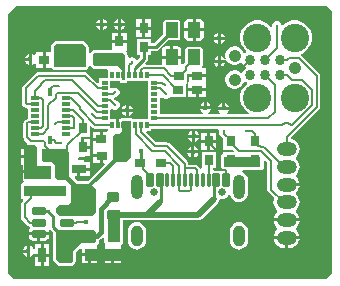
<source format=gtl>
G04*
G04 #@! TF.GenerationSoftware,Altium Limited,Altium Designer,24.2.2 (26)*
G04*
G04 Layer_Physical_Order=1*
G04 Layer_Color=255*
%FSLAX25Y25*%
%MOIN*%
G70*
G04*
G04 #@! TF.SameCoordinates,0C852235-8BC0-4ED4-A074-6CA5B6053031*
G04*
G04*
G04 #@! TF.FilePolarity,Positive*
G04*
G01*
G75*
%ADD10C,0.00984*%
%ADD11C,0.01000*%
%ADD14C,0.00787*%
%ADD15C,0.01181*%
%ADD17R,0.03800X0.03100*%
%ADD18R,0.02362X0.01181*%
%ADD19R,0.01181X0.02362*%
%ADD20R,0.03100X0.03800*%
%ADD21R,0.02756X0.05118*%
%ADD22R,0.01181X0.02953*%
%ADD23R,0.02953X0.01181*%
G04:AMPARAMS|DCode=24|XSize=31.5mil|YSize=39.37mil|CornerRadius=3.94mil|HoleSize=0mil|Usage=FLASHONLY|Rotation=0.000|XOffset=0mil|YOffset=0mil|HoleType=Round|Shape=RoundedRectangle|*
%AMROUNDEDRECTD24*
21,1,0.03150,0.03150,0,0,0.0*
21,1,0.02362,0.03937,0,0,0.0*
1,1,0.00787,0.01181,-0.01575*
1,1,0.00787,-0.01181,-0.01575*
1,1,0.00787,-0.01181,0.01575*
1,1,0.00787,0.01181,0.01575*
%
%ADD24ROUNDEDRECTD24*%
G04:AMPARAMS|DCode=25|XSize=51.18mil|YSize=43.31mil|CornerRadius=2.17mil|HoleSize=0mil|Usage=FLASHONLY|Rotation=90.000|XOffset=0mil|YOffset=0mil|HoleType=Round|Shape=RoundedRectangle|*
%AMROUNDEDRECTD25*
21,1,0.05118,0.03898,0,0,90.0*
21,1,0.04685,0.04331,0,0,90.0*
1,1,0.00433,0.01949,0.02343*
1,1,0.00433,0.01949,-0.02343*
1,1,0.00433,-0.01949,-0.02343*
1,1,0.00433,-0.01949,0.02343*
%
%ADD25ROUNDEDRECTD25*%
G04:AMPARAMS|DCode=26|XSize=11.81mil|YSize=45.28mil|CornerRadius=1.48mil|HoleSize=0mil|Usage=FLASHONLY|Rotation=0.000|XOffset=0mil|YOffset=0mil|HoleType=Round|Shape=RoundedRectangle|*
%AMROUNDEDRECTD26*
21,1,0.01181,0.04232,0,0,0.0*
21,1,0.00886,0.04528,0,0,0.0*
1,1,0.00295,0.00443,-0.02116*
1,1,0.00295,-0.00443,-0.02116*
1,1,0.00295,-0.00443,0.02116*
1,1,0.00295,0.00443,0.02116*
%
%ADD26ROUNDEDRECTD26*%
G04:AMPARAMS|DCode=27|XSize=23.62mil|YSize=45.28mil|CornerRadius=2.95mil|HoleSize=0mil|Usage=FLASHONLY|Rotation=0.000|XOffset=0mil|YOffset=0mil|HoleType=Round|Shape=RoundedRectangle|*
%AMROUNDEDRECTD27*
21,1,0.02362,0.03937,0,0,0.0*
21,1,0.01772,0.04528,0,0,0.0*
1,1,0.00591,0.00886,-0.01968*
1,1,0.00591,-0.00886,-0.01968*
1,1,0.00591,-0.00886,0.01968*
1,1,0.00591,0.00886,0.01968*
%
%ADD27ROUNDEDRECTD27*%
G04:AMPARAMS|DCode=28|XSize=31.5mil|YSize=39.37mil|CornerRadius=3.94mil|HoleSize=0mil|Usage=FLASHONLY|Rotation=90.000|XOffset=0mil|YOffset=0mil|HoleType=Round|Shape=RoundedRectangle|*
%AMROUNDEDRECTD28*
21,1,0.03150,0.03150,0,0,90.0*
21,1,0.02362,0.03937,0,0,90.0*
1,1,0.00787,0.01575,0.01181*
1,1,0.00787,0.01575,-0.01181*
1,1,0.00787,-0.01575,-0.01181*
1,1,0.00787,-0.01575,0.01181*
%
%ADD28ROUNDEDRECTD28*%
%ADD29R,0.05118X0.02756*%
G04:AMPARAMS|DCode=30|XSize=23.62mil|YSize=47.24mil|CornerRadius=2.95mil|HoleSize=0mil|Usage=FLASHONLY|Rotation=90.000|XOffset=0mil|YOffset=0mil|HoleType=Round|Shape=RoundedRectangle|*
%AMROUNDEDRECTD30*
21,1,0.02362,0.04134,0,0,90.0*
21,1,0.01772,0.04724,0,0,90.0*
1,1,0.00591,0.02067,0.00886*
1,1,0.00591,0.02067,-0.00886*
1,1,0.00591,-0.02067,-0.00886*
1,1,0.00591,-0.02067,0.00886*
%
%ADD30ROUNDEDRECTD30*%
%ADD53C,0.03398*%
%ADD54C,0.00800*%
%ADD55C,0.00600*%
%ADD56C,0.01968*%
%ADD57C,0.01575*%
%ADD58R,0.15630X0.04252*%
%ADD59R,0.12362X0.03740*%
%ADD60R,0.04095X0.10669*%
%ADD61R,0.12676X0.03780*%
%ADD62C,0.09449*%
%ADD63C,0.04201*%
%ADD64O,0.06693X0.04724*%
%ADD65O,0.03937X0.08268*%
%ADD66C,0.02559*%
%ADD67O,0.03937X0.07087*%
%ADD68C,0.05906*%
%ADD69C,0.01181*%
%ADD70C,0.01772*%
%ADD71C,0.02362*%
G36*
X109055Y90945D02*
X109055Y3543D01*
X107087Y1575D01*
X3150Y1575D01*
X1181Y3543D01*
Y89764D01*
X3937Y92520D01*
X107480D01*
X109055Y90945D01*
D02*
G37*
%LPC*%
G36*
X38846Y88291D02*
Y86957D01*
X40181D01*
X39945Y87525D01*
X39415Y88055D01*
X38846Y88291D01*
D02*
G37*
G36*
X37846D02*
X37278Y88055D01*
X36748Y87525D01*
X36512Y86957D01*
X37846D01*
Y88291D01*
D02*
G37*
G36*
X32941D02*
Y86957D01*
X34275D01*
X34040Y87525D01*
X33509Y88055D01*
X32941Y88291D01*
D02*
G37*
G36*
X31941D02*
X31373Y88055D01*
X30842Y87525D01*
X30607Y86957D01*
X31941D01*
Y88291D01*
D02*
G37*
G36*
X48967Y88176D02*
X46917D01*
Y85776D01*
X48967D01*
Y88176D01*
D02*
G37*
G36*
X45917D02*
X43867D01*
Y85776D01*
X45917D01*
Y88176D01*
D02*
G37*
G36*
X65098Y88268D02*
X63650D01*
Y85185D01*
X66339D01*
Y87028D01*
X66244Y87502D01*
X65975Y87905D01*
X65573Y88174D01*
X65098Y88268D01*
D02*
G37*
G36*
X62650D02*
X61201D01*
X60726Y88174D01*
X60324Y87905D01*
X60055Y87502D01*
X59960Y87028D01*
Y85185D01*
X62650D01*
Y88268D01*
D02*
G37*
G36*
X40181Y85957D02*
X38846D01*
Y84623D01*
X39415Y84858D01*
X39945Y85388D01*
X40181Y85957D01*
D02*
G37*
G36*
X37846D02*
X36512D01*
X36748Y85388D01*
X37278Y84858D01*
X37846Y84623D01*
Y85957D01*
D02*
G37*
G36*
X34275D02*
X32941D01*
Y84623D01*
X33509Y84858D01*
X34040Y85388D01*
X34275Y85957D01*
D02*
G37*
G36*
X31941D02*
X30607D01*
X30842Y85388D01*
X31373Y84858D01*
X31941Y84623D01*
Y85957D01*
D02*
G37*
G36*
X48967Y84776D02*
X46917D01*
Y82376D01*
X48967D01*
Y84776D01*
D02*
G37*
G36*
X45917D02*
X43867D01*
Y82376D01*
X45917D01*
Y84776D01*
D02*
G37*
G36*
X72075Y83684D02*
Y82350D01*
X73409D01*
X73173Y82919D01*
X72643Y83449D01*
X72075Y83684D01*
D02*
G37*
G36*
X71075D02*
X70507Y83449D01*
X69976Y82919D01*
X69741Y82350D01*
X71075D01*
Y83684D01*
D02*
G37*
G36*
X40862Y83755D02*
X38812D01*
Y81356D01*
X40862D01*
Y83755D01*
D02*
G37*
G36*
X37812D02*
X35762D01*
Y81356D01*
X37812D01*
Y83755D01*
D02*
G37*
G36*
X66339Y84185D02*
X63650D01*
Y81102D01*
X65098D01*
X65573Y81197D01*
X65975Y81465D01*
X66244Y81868D01*
X66339Y82342D01*
Y84185D01*
D02*
G37*
G36*
X62650D02*
X59960D01*
Y82342D01*
X60055Y81868D01*
X60324Y81465D01*
X60726Y81197D01*
X61201Y81102D01*
X62650D01*
Y84185D01*
D02*
G37*
G36*
X57618Y88051D02*
X53720D01*
X53329Y87973D01*
X52997Y87751D01*
X52775Y87419D01*
X52697Y87028D01*
Y83175D01*
X49810Y80289D01*
X48755D01*
Y81663D01*
X44080D01*
Y76289D01*
X45129D01*
Y75528D01*
X44258Y74658D01*
X43768Y74755D01*
X43750Y74799D01*
X43303Y75246D01*
X42718Y75488D01*
X42085D01*
X41716Y75336D01*
X41216Y75615D01*
Y76063D01*
X41139Y76453D01*
X40918Y76784D01*
X40868Y76834D01*
X40649Y77243D01*
X40649D01*
X40507Y77456D01*
X40774Y77956D01*
X40862D01*
Y80356D01*
X35762D01*
X35762Y77956D01*
X35265Y77949D01*
X29921D01*
X29531Y77871D01*
X29200Y77650D01*
X29200Y77650D01*
X28694Y77143D01*
X28694Y77143D01*
X28528Y76895D01*
X28155Y76930D01*
X28027Y76978D01*
Y79016D01*
X27950Y79406D01*
X27729Y79737D01*
X26823Y80642D01*
X26493Y80863D01*
X26102Y80941D01*
X17126D01*
X16736Y80863D01*
X16405Y80642D01*
X15814Y80052D01*
X15594Y79721D01*
X15516Y79331D01*
Y77196D01*
X13728D01*
Y74646D01*
Y72096D01*
X15679D01*
X15814Y71892D01*
X16120Y71587D01*
X16450Y71366D01*
X16840Y71289D01*
X26722D01*
X27112Y71366D01*
X27443Y71587D01*
X27729Y71873D01*
X27950Y72204D01*
X28027Y72594D01*
Y72707D01*
X28155Y72755D01*
X28528Y72790D01*
X28694Y72542D01*
X29401Y71835D01*
X29732Y71614D01*
X30122Y71536D01*
X33867D01*
X34328Y71442D01*
Y68489D01*
X31376D01*
Y67123D01*
X30914Y66931D01*
X27585Y70260D01*
X27194Y70521D01*
X26733Y70613D01*
X26733Y70613D01*
X11220D01*
X11220Y70613D01*
X10759Y70521D01*
X10368Y70260D01*
X6230Y66122D01*
X5969Y65731D01*
X5877Y65271D01*
X5877Y65270D01*
Y60230D01*
X5877Y60230D01*
X5969Y59769D01*
X6230Y59379D01*
X6618Y58991D01*
X6618Y58991D01*
X7008Y58730D01*
X7469Y58638D01*
X7830Y58324D01*
Y55128D01*
X7437Y55050D01*
X7046Y54789D01*
X7046Y54789D01*
X6585Y54327D01*
X6324Y53937D01*
X6232Y53476D01*
X6232Y53476D01*
Y48920D01*
X6232Y48920D01*
X6324Y48459D01*
X6585Y48069D01*
X7568Y47085D01*
X7470Y46595D01*
X7446Y46585D01*
X7003Y46142D01*
X10118Y46142D01*
X10669Y45591D01*
Y39449D01*
X10787Y39331D01*
X15354D01*
X15551Y39134D01*
Y35394D01*
X15118Y34961D01*
X6772D01*
X6417Y35315D01*
Y36856D01*
X6162D01*
Y34455D01*
X6402D01*
X6451Y33955D01*
X6145Y33895D01*
X5815Y33674D01*
X5593Y33343D01*
X5516Y32953D01*
Y29173D01*
X5593Y28783D01*
X5815Y28452D01*
X6038Y28303D01*
X6156Y27884D01*
X6161Y27718D01*
X5798Y27355D01*
X5535Y26963D01*
X5443Y26499D01*
X5443Y26499D01*
Y22177D01*
X5443Y22177D01*
X5535Y21714D01*
X5798Y21321D01*
X7569Y19549D01*
X7569Y19549D01*
X7962Y19287D01*
X8275Y19225D01*
X8301Y19097D01*
X8332Y19050D01*
X8387Y18485D01*
X8100Y18057D01*
X8000Y17551D01*
Y17165D01*
X11387D01*
X14775D01*
Y17551D01*
X14674Y18057D01*
X15108Y18245D01*
X15189Y18123D01*
X16106Y17206D01*
Y8268D01*
X16184Y7878D01*
X16405Y7547D01*
X17665Y6287D01*
X17996Y6066D01*
X18386Y5988D01*
X22165Y5988D01*
X22556Y6066D01*
X22886Y6287D01*
X23398Y6799D01*
X23619Y7130D01*
X23697Y7520D01*
Y10365D01*
X25300Y11968D01*
X25762Y11777D01*
Y10255D01*
X30862D01*
Y12655D01*
X30862Y12655D01*
X30862D01*
X30862Y12655D01*
X30942Y13122D01*
X31193Y13374D01*
X31414Y13704D01*
X31492Y14095D01*
X31525Y14559D01*
X31591Y14572D01*
X32112Y14920D01*
X32811Y15619D01*
X33311Y15412D01*
Y13858D01*
X33389Y13468D01*
X33610Y13137D01*
X33559Y12655D01*
X33559Y12570D01*
Y10255D01*
X38659D01*
Y12465D01*
X38769Y12784D01*
X38976Y13024D01*
X39146Y13137D01*
X39367Y13468D01*
X39445Y13858D01*
Y21246D01*
X64549D01*
X65240Y21384D01*
X65826Y21776D01*
X71159Y27108D01*
X71551Y27695D01*
X71610Y27990D01*
X72028Y28214D01*
X72935D01*
X73773Y28561D01*
X74414Y29202D01*
X74675Y29831D01*
X75188Y29763D01*
X75220Y29522D01*
X75519Y28800D01*
X75995Y28180D01*
X76615Y27704D01*
X77337Y27405D01*
X78112Y27303D01*
X78887Y27405D01*
X79609Y27704D01*
X80229Y28180D01*
X80705Y28800D01*
X81004Y29522D01*
X81106Y30297D01*
Y34628D01*
X81004Y35403D01*
X80705Y36125D01*
X80229Y36745D01*
X79609Y37220D01*
X79229Y37378D01*
X79328Y37878D01*
X85433D01*
X85823Y37956D01*
X86154Y38177D01*
X86375Y38508D01*
X86453Y38898D01*
Y40957D01*
X86915Y41148D01*
X87642Y40420D01*
Y31398D01*
X87642Y31398D01*
X87734Y30937D01*
X87995Y30546D01*
X89955Y28586D01*
X89752Y28094D01*
X89636Y27217D01*
X89752Y26339D01*
X90091Y25521D01*
X90630Y24819D01*
X90942Y24579D01*
Y23949D01*
X90630Y23709D01*
X90091Y23007D01*
X89752Y22189D01*
X89702Y21811D01*
X94012D01*
X98321D01*
X98272Y22189D01*
X97933Y23007D01*
X97394Y23709D01*
X97082Y23949D01*
Y24579D01*
X97394Y24819D01*
X97933Y25521D01*
X98272Y26339D01*
X98387Y27217D01*
X98272Y28094D01*
X97933Y28912D01*
X97394Y29614D01*
X97082Y29854D01*
Y30484D01*
X97394Y30724D01*
X97933Y31426D01*
X98272Y32244D01*
X98321Y32622D01*
X94012D01*
Y33622D01*
X98321D01*
X98272Y34000D01*
X97933Y34818D01*
X97394Y35520D01*
X97082Y35760D01*
Y36390D01*
X97394Y36630D01*
X97933Y37332D01*
X98272Y38150D01*
X98387Y39028D01*
X98272Y39905D01*
X97933Y40723D01*
X97394Y41425D01*
X97082Y41665D01*
Y42295D01*
X97394Y42535D01*
X97933Y43238D01*
X98272Y44055D01*
X98387Y44933D01*
X98272Y45811D01*
X97933Y46629D01*
X97394Y47331D01*
X96692Y47870D01*
X95874Y48209D01*
X95613Y48243D01*
X95433Y48771D01*
X104877Y58214D01*
X104877Y58214D01*
X105138Y58605D01*
X105229Y59066D01*
X105229Y59066D01*
Y69434D01*
X105229Y69434D01*
X105138Y69895D01*
X104877Y70286D01*
X99609Y75554D01*
X99609Y75554D01*
X98943Y76220D01*
X98927Y76231D01*
X98936Y76558D01*
X98998Y76784D01*
X100247Y77506D01*
X101313Y78572D01*
X102067Y79877D01*
X102457Y81333D01*
Y82840D01*
X102067Y84296D01*
X101313Y85602D01*
X100247Y86667D01*
X98942Y87421D01*
X97486Y87811D01*
X95979D01*
X94523Y87421D01*
X93217Y86667D01*
X92800Y86250D01*
X92293Y86450D01*
X92096Y86925D01*
X91649Y87372D01*
X91064Y87614D01*
X90432D01*
X89847Y87372D01*
X89400Y86925D01*
X89157Y86340D01*
Y85964D01*
X88657Y85757D01*
X87747Y86667D01*
X86442Y87421D01*
X84986Y87811D01*
X83479D01*
X82023Y87421D01*
X80717Y86667D01*
X79652Y85602D01*
X78898Y84296D01*
X78508Y82840D01*
Y81333D01*
X78898Y79877D01*
X79652Y78572D01*
X80623Y77601D01*
X80646Y77430D01*
X80624Y77231D01*
X80554Y77023D01*
X80255Y76850D01*
X79695Y77009D01*
X79621Y77283D01*
X79213Y77990D01*
X78636Y78567D01*
X77929Y78976D01*
X77140Y79187D01*
X76324D01*
X75536Y78976D01*
X74829Y78567D01*
X74251Y77990D01*
X73843Y77283D01*
X73632Y76495D01*
Y75678D01*
X73773Y75153D01*
X73787Y75100D01*
X73312Y74938D01*
X73252Y75084D01*
X72722Y75615D01*
X72154Y75850D01*
Y74516D01*
X73574D01*
X73952Y74702D01*
X73979Y74654D01*
X74251Y74183D01*
X74829Y73606D01*
X75536Y73198D01*
X76324Y72986D01*
X77140D01*
X77929Y73198D01*
X78636Y73606D01*
X78728Y73698D01*
X79119Y73593D01*
X79241Y73504D01*
X79573Y72930D01*
X80075Y72427D01*
X80372Y72255D01*
X80336Y71699D01*
X80324Y71694D01*
X79625Y70995D01*
X79417Y70494D01*
X78827Y70376D01*
X78636Y70568D01*
X77929Y70976D01*
X77140Y71187D01*
X76324D01*
X75536Y70976D01*
X74829Y70568D01*
X74251Y69990D01*
X73843Y69283D01*
X73632Y68495D01*
Y67678D01*
X73843Y66890D01*
X74251Y66183D01*
X74829Y65606D01*
X75536Y65197D01*
X76324Y64986D01*
X77140D01*
X77929Y65197D01*
X78636Y65606D01*
X79213Y66183D01*
X79621Y66890D01*
X79745Y67351D01*
X80303Y67500D01*
X80324Y67479D01*
X80789Y67286D01*
X80826Y66730D01*
X80717Y66667D01*
X79652Y65601D01*
X78898Y64296D01*
X78508Y62840D01*
Y61333D01*
X78898Y59877D01*
X79652Y58572D01*
X80717Y57506D01*
X81586Y57004D01*
X81452Y56504D01*
X74313D01*
X74289Y56542D01*
X74159Y57004D01*
X74591Y57436D01*
X74826Y58004D01*
X71158D01*
X71393Y57436D01*
X71825Y57004D01*
X71696Y56542D01*
X71672Y56504D01*
X67956D01*
X67856Y57004D01*
X67997Y57063D01*
X68528Y57593D01*
X68763Y58161D01*
X65095D01*
X65330Y57593D01*
X65861Y57063D01*
X66002Y57004D01*
X65903Y56504D01*
X51848D01*
Y62088D01*
X52207Y62217D01*
X52348Y62229D01*
X52767Y61810D01*
X53351Y61568D01*
X53984D01*
X54568Y61810D01*
X54837Y62078D01*
X55226Y62348D01*
X60600D01*
Y66644D01*
X60679Y67111D01*
X60679D01*
X60679Y67111D01*
Y69846D01*
X60892Y70006D01*
X61006Y69949D01*
X64292D01*
X67192D01*
Y71999D01*
X65877D01*
X65725Y72499D01*
X65822Y72564D01*
X66044Y72896D01*
X66122Y73287D01*
Y77972D01*
X66044Y78364D01*
X65822Y78696D01*
X65490Y78918D01*
X65098Y78996D01*
X61201D01*
X60809Y78918D01*
X60477Y78696D01*
X60255Y78364D01*
X60177Y77972D01*
Y73976D01*
X59460Y73259D01*
X59321Y73051D01*
X58850Y73246D01*
X58859Y73287D01*
Y75130D01*
X55669D01*
X52480D01*
Y73287D01*
X52287Y73052D01*
X47019D01*
X46827Y73514D01*
X47370Y74057D01*
X47654Y74482D01*
X47754Y74985D01*
Y76289D01*
X48755D01*
Y77663D01*
X50354D01*
X50856Y77763D01*
X51282Y78048D01*
X54553Y81319D01*
X57618D01*
X58010Y81397D01*
X58342Y81619D01*
X58564Y81951D01*
X58642Y82343D01*
Y87028D01*
X58564Y87419D01*
X58342Y87751D01*
X58010Y87973D01*
X57618Y88051D01*
D02*
G37*
G36*
X73409Y81350D02*
X72075D01*
Y80016D01*
X72643Y80252D01*
X73173Y80782D01*
X73409Y81350D01*
D02*
G37*
G36*
X71075D02*
X69741D01*
X69976Y80782D01*
X70507Y80252D01*
X71075Y80016D01*
Y81350D01*
D02*
G37*
G36*
X12728Y77196D02*
X10328D01*
Y76511D01*
X9828Y76304D01*
X9690Y76441D01*
X9122Y76677D01*
Y74843D01*
Y73008D01*
X9690Y73244D01*
X9828Y73382D01*
X10328Y73174D01*
Y72096D01*
X12728D01*
Y74646D01*
Y77196D01*
D02*
G37*
G36*
X57618Y79213D02*
X56169D01*
Y76130D01*
X58859D01*
Y77973D01*
X58764Y78447D01*
X58495Y78850D01*
X58093Y79118D01*
X57618Y79213D01*
D02*
G37*
G36*
X55169D02*
X53720D01*
X53246Y79118D01*
X52843Y78850D01*
X52574Y78447D01*
X52480Y77973D01*
Y76130D01*
X55169D01*
Y79213D01*
D02*
G37*
G36*
X8122Y76677D02*
X7554Y76441D01*
X7023Y75911D01*
X6788Y75343D01*
X8122D01*
Y76677D01*
D02*
G37*
G36*
X71153Y75850D02*
X70585Y75615D01*
X70055Y75084D01*
X69819Y74516D01*
X71153D01*
Y75850D01*
D02*
G37*
G36*
X8122Y74343D02*
X6788D01*
X7023Y73774D01*
X7554Y73244D01*
X8122Y73008D01*
Y74343D01*
D02*
G37*
G36*
X73488Y73516D02*
X72154D01*
Y72182D01*
X72722Y72417D01*
X73252Y72948D01*
X73488Y73516D01*
D02*
G37*
G36*
X71153D02*
X69819D01*
X70055Y72948D01*
X70585Y72417D01*
X71153Y72182D01*
Y73516D01*
D02*
G37*
G36*
X67192Y68949D02*
X64292D01*
X61392D01*
Y67235D01*
X61313D01*
Y65185D01*
X64213D01*
X67113D01*
Y66899D01*
X67192D01*
Y68949D01*
D02*
G37*
G36*
X67113Y64185D02*
X64713D01*
Y62135D01*
X67113D01*
Y64185D01*
D02*
G37*
G36*
X63713D02*
X61313D01*
Y62135D01*
X63713D01*
Y64185D01*
D02*
G37*
G36*
X67429Y60496D02*
Y59161D01*
X68763D01*
X68528Y59730D01*
X67997Y60260D01*
X67429Y60496D01*
D02*
G37*
G36*
X66429D02*
X65861Y60260D01*
X65330Y59730D01*
X65095Y59161D01*
X66429D01*
Y60496D01*
D02*
G37*
G36*
X73492Y60338D02*
Y59004D01*
X74826D01*
X74591Y59572D01*
X74060Y60103D01*
X73492Y60338D01*
D02*
G37*
G36*
X72492D02*
X71924Y60103D01*
X71393Y59572D01*
X71158Y59004D01*
X72492D01*
Y60338D01*
D02*
G37*
G36*
X6417Y44873D02*
X5643D01*
Y42823D01*
X6417D01*
Y44873D01*
D02*
G37*
G36*
Y41823D02*
X5643D01*
Y39773D01*
X6162D01*
Y37855D01*
X6417D01*
Y41823D01*
D02*
G37*
G36*
X98321Y20811D02*
X94012D01*
X89702D01*
X89752Y20433D01*
X90091Y19615D01*
X90630Y18913D01*
X90942Y18673D01*
Y18043D01*
X90630Y17804D01*
X90091Y17101D01*
X89752Y16283D01*
X89702Y15905D01*
X94012D01*
X98321D01*
X98272Y16283D01*
X97933Y17101D01*
X97394Y17804D01*
X97082Y18043D01*
Y18673D01*
X97394Y18913D01*
X97933Y19615D01*
X98272Y20433D01*
X98321Y20811D01*
D02*
G37*
G36*
X14775Y16165D02*
X11887D01*
Y14459D01*
X13454D01*
X13960Y14559D01*
X14388Y14846D01*
X14674Y15274D01*
X14775Y15779D01*
Y16165D01*
D02*
G37*
G36*
X10887D02*
X8000D01*
Y15779D01*
X8100Y15274D01*
X8387Y14846D01*
X8815Y14559D01*
X9320Y14459D01*
X10887D01*
Y16165D01*
D02*
G37*
G36*
X98321Y14906D02*
X94512D01*
Y12014D01*
X94996D01*
X95874Y12130D01*
X96692Y12469D01*
X97394Y13008D01*
X97933Y13710D01*
X98272Y14528D01*
X98321Y14906D01*
D02*
G37*
G36*
X93512D02*
X89702D01*
X89752Y14528D01*
X90091Y13710D01*
X90630Y13008D01*
X91332Y12469D01*
X92150Y12130D01*
X93028Y12014D01*
X93512D01*
Y14906D01*
D02*
G37*
G36*
X12072Y13165D02*
X10194D01*
Y11674D01*
X9694Y11575D01*
X9512Y12013D01*
X8982Y12544D01*
X8413Y12779D01*
Y10945D01*
Y9111D01*
X8982Y9346D01*
X9512Y9877D01*
X9694Y10315D01*
X10194Y10216D01*
Y10106D01*
X12072D01*
Y13165D01*
D02*
G37*
G36*
X7413Y12779D02*
X6845Y12544D01*
X6315Y12013D01*
X6079Y11445D01*
X7413D01*
Y12779D01*
D02*
G37*
G36*
X78112Y20574D02*
X77337Y20472D01*
X76615Y20173D01*
X75995Y19697D01*
X75519Y19077D01*
X75220Y18355D01*
X75118Y17580D01*
Y14431D01*
X75220Y13656D01*
X75519Y12934D01*
X75995Y12314D01*
X76615Y11838D01*
X77337Y11539D01*
X78112Y11437D01*
X78887Y11539D01*
X79609Y11838D01*
X80229Y12314D01*
X80705Y12934D01*
X81004Y13656D01*
X81106Y14431D01*
Y17580D01*
X81004Y18355D01*
X80705Y19077D01*
X80229Y19697D01*
X79609Y20173D01*
X78887Y20472D01*
X78112Y20574D01*
D02*
G37*
G36*
X44096D02*
X43321Y20472D01*
X42599Y20173D01*
X41979Y19697D01*
X41503Y19077D01*
X41204Y18355D01*
X41102Y17580D01*
Y14431D01*
X41204Y13656D01*
X41503Y12934D01*
X41979Y12314D01*
X42599Y11838D01*
X43321Y11539D01*
X44096Y11437D01*
X44871Y11539D01*
X45593Y11838D01*
X46213Y12314D01*
X46689Y12934D01*
X46988Y13656D01*
X47090Y14431D01*
Y17580D01*
X46988Y18355D01*
X46689Y19077D01*
X46213Y19697D01*
X45593Y20173D01*
X44871Y20472D01*
X44096Y20574D01*
D02*
G37*
G36*
X14950Y13165D02*
X13072D01*
Y10106D01*
X14950D01*
Y13165D01*
D02*
G37*
G36*
X7413Y10445D02*
X6079D01*
X6315Y9877D01*
X6845Y9346D01*
X7413Y9111D01*
Y10445D01*
D02*
G37*
G36*
X38659Y9256D02*
X36609D01*
Y6855D01*
X38659D01*
Y9256D01*
D02*
G37*
G36*
X35609D02*
X33559D01*
Y6855D01*
X35609D01*
Y9256D01*
D02*
G37*
G36*
X30862D02*
X28812D01*
Y6855D01*
X30862D01*
Y9256D01*
D02*
G37*
G36*
X27812D02*
X25762D01*
Y6855D01*
X27812D01*
Y9256D01*
D02*
G37*
G36*
X14950Y9105D02*
X13072D01*
Y6047D01*
X14950D01*
Y9105D01*
D02*
G37*
G36*
X12072D02*
X10194D01*
Y6047D01*
X12072D01*
Y9105D01*
D02*
G37*
%LPD*%
G36*
X27008Y79016D02*
Y72594D01*
X26722Y72308D01*
X16840D01*
X16535Y72613D01*
Y79331D01*
X17126Y79921D01*
X26102D01*
X27008Y79016D01*
D02*
G37*
G36*
X40197Y76063D02*
Y68189D01*
X40039Y68032D01*
X39252D01*
X39055Y68228D01*
Y71260D01*
X37759Y72556D01*
X30122Y72556D01*
X29415Y73263D01*
Y76422D01*
X29921Y76929D01*
X39331D01*
X40197Y76063D01*
D02*
G37*
G36*
X47911Y63765D02*
Y59828D01*
Y54906D01*
X42826D01*
X42808Y54934D01*
X42477Y55155D01*
X42087Y55232D01*
X39134D01*
X38744Y55155D01*
X38690Y55119D01*
X38175D01*
Y54617D01*
X38113Y54524D01*
X38035Y54134D01*
Y52938D01*
X37175D01*
Y55119D01*
X36084D01*
Y54906D01*
X35313D01*
Y58069D01*
X35813Y58277D01*
X35824Y58265D01*
X36409Y58023D01*
X37042D01*
X37626Y58265D01*
X38074Y58712D01*
X38316Y59297D01*
Y59930D01*
X38074Y60514D01*
X37626Y60962D01*
X37042Y61204D01*
X36843D01*
X36502Y61565D01*
X36518Y61744D01*
X36632Y62117D01*
X36798Y62228D01*
X37049D01*
X37633Y62471D01*
X38081Y62918D01*
X38323Y63503D01*
Y64135D01*
X38081Y64720D01*
X37633Y65167D01*
X37049Y65409D01*
X36416D01*
X35831Y65167D01*
X35813Y65149D01*
X35313Y65356D01*
Y67505D01*
X38337D01*
X38531Y67311D01*
X38862Y67089D01*
X39252Y67012D01*
X40039D01*
X40430Y67089D01*
X40760Y67311D01*
X40918Y67468D01*
X40942Y67505D01*
X47911D01*
Y63765D01*
D02*
G37*
G36*
X42087Y42283D02*
X40512Y40709D01*
X37008D01*
X35984Y41732D01*
Y49252D01*
X36732Y50000D01*
X38150D01*
X39055Y50906D01*
Y54134D01*
X39134Y54213D01*
X42087D01*
Y42283D01*
D02*
G37*
G36*
X71458Y51318D02*
X71402Y51183D01*
Y50550D01*
X71644Y49965D01*
X71946Y49663D01*
X71955Y49617D01*
X72216Y49227D01*
X72978Y48465D01*
Y44793D01*
X75949D01*
X76413Y44330D01*
X76221Y43868D01*
X72978D01*
Y43639D01*
X72681Y43580D01*
X72350Y43359D01*
X72129Y43028D01*
X72051Y42638D01*
Y38898D01*
X72129Y38508D01*
X72129Y38507D01*
X72010Y37971D01*
X71661Y37754D01*
X71439Y37798D01*
X69897D01*
X69543Y38247D01*
X69636Y38493D01*
X70329D01*
Y43868D01*
X65655D01*
Y38578D01*
X65175Y38464D01*
X64913Y38857D01*
X64913Y38857D01*
X64444Y39325D01*
X64051Y39588D01*
X63588Y39680D01*
X63588Y39680D01*
X61447D01*
X61246Y40111D01*
X61154Y40574D01*
X60891Y40967D01*
X60891Y40967D01*
X55032Y46826D01*
X54640Y47089D01*
X54176Y47181D01*
X54176Y47181D01*
X50552D01*
X47226Y50507D01*
X47417Y50969D01*
X48895D01*
Y51734D01*
X71180D01*
X71458Y51318D01*
D02*
G37*
G36*
X29447Y52086D02*
X29838Y51825D01*
X30299Y51733D01*
X30299Y51734D01*
X34328D01*
Y50969D01*
X33917Y50756D01*
X32812D01*
Y48206D01*
X32312D01*
Y47706D01*
X29412D01*
Y45693D01*
X29412Y45656D01*
X29412D01*
X29562Y45256D01*
X29562Y45256D01*
Y43205D01*
X32462D01*
Y42706D01*
X32962D01*
Y40156D01*
X33222D01*
X33413Y39694D01*
X27889Y34169D01*
X24596Y34169D01*
X23359Y35406D01*
X23550Y35868D01*
X24312D01*
Y38246D01*
X24812D01*
Y38746D01*
X28371D01*
Y40624D01*
X26662D01*
X26328Y41124D01*
X26357Y41193D01*
X24843D01*
Y42193D01*
X26445D01*
X26725Y42611D01*
X28534D01*
Y45011D01*
X25984D01*
Y45511D01*
X25484D01*
Y48612D01*
X25337Y48911D01*
X25502Y49124D01*
X28322D01*
Y52559D01*
X28784Y52750D01*
X29447Y52086D01*
D02*
G37*
G36*
X21339Y44016D02*
Y35984D01*
X24173Y33150D01*
X28740Y33150D01*
X30315Y31575D01*
Y23819D01*
X29016Y22520D01*
X18504D01*
X17284Y23740D01*
Y25197D01*
X18464Y26378D01*
X21457D01*
X22244Y27165D01*
Y32835D01*
X20512Y34567D01*
X17795D01*
X16693Y35669D01*
Y39685D01*
X15748Y40631D01*
X13028Y40633D01*
X12362Y41300D01*
X12362Y44882D01*
X20472D01*
X21339Y44016D01*
D02*
G37*
G36*
X30472Y17441D02*
Y14095D01*
X29921Y13543D01*
X25433Y13543D01*
X22677Y10787D01*
Y7520D01*
X22165Y7008D01*
X18386Y7008D01*
X17126Y8268D01*
Y18032D01*
X29882D01*
X30472Y17441D01*
D02*
G37*
%LPC*%
G36*
X41366Y59669D02*
Y58335D01*
X42700D01*
X42465Y58903D01*
X41934Y59433D01*
X41366Y59669D01*
D02*
G37*
G36*
X40366D02*
X39798Y59433D01*
X39267Y58903D01*
X39032Y58335D01*
X40366D01*
Y59669D01*
D02*
G37*
G36*
X42700Y57335D02*
X41366D01*
Y56001D01*
X41934Y56236D01*
X42465Y56766D01*
X42700Y57335D01*
D02*
G37*
G36*
X40366D02*
X39032D01*
X39267Y56766D01*
X39798Y56236D01*
X40366Y56001D01*
Y57335D01*
D02*
G37*
G36*
X63492Y51047D02*
Y49713D01*
X64826D01*
X64591Y50281D01*
X64060Y50811D01*
X63492Y51047D01*
D02*
G37*
G36*
X62492D02*
X61924Y50811D01*
X61393Y50281D01*
X61158Y49713D01*
X62492D01*
Y51047D01*
D02*
G37*
G36*
X70542Y50381D02*
X68492D01*
Y47981D01*
X70542D01*
Y50381D01*
D02*
G37*
G36*
X67492D02*
X65442D01*
Y47981D01*
X67492D01*
Y50381D01*
D02*
G37*
G36*
X64826Y48713D02*
X63492D01*
Y47379D01*
X64060Y47614D01*
X64591Y48144D01*
X64826Y48713D01*
D02*
G37*
G36*
X62492D02*
X61158D01*
X61393Y48144D01*
X61924Y47614D01*
X62492Y47379D01*
Y48713D01*
D02*
G37*
G36*
X70542Y46981D02*
X68492D01*
Y44581D01*
X70542D01*
Y46981D01*
D02*
G37*
G36*
X67492D02*
X65442D01*
Y44581D01*
X67492D01*
Y46981D01*
D02*
G37*
G36*
X63295Y45850D02*
Y44516D01*
X64629D01*
X64394Y45084D01*
X63863Y45614D01*
X63295Y45850D01*
D02*
G37*
G36*
X62295D02*
X61727Y45614D01*
X61197Y45084D01*
X60961Y44516D01*
X62295D01*
Y45850D01*
D02*
G37*
G36*
X64629Y43516D02*
X63295D01*
Y42182D01*
X63863Y42417D01*
X64394Y42948D01*
X64629Y43516D01*
D02*
G37*
G36*
X62295D02*
X60961D01*
X61197Y42948D01*
X61727Y42417D01*
X62295Y42182D01*
Y43516D01*
D02*
G37*
G36*
X31812Y50756D02*
X29412D01*
Y48706D01*
X31812D01*
Y50756D01*
D02*
G37*
G36*
X28534Y48411D02*
X26484D01*
Y46011D01*
X28534D01*
Y48411D01*
D02*
G37*
G36*
X31962Y42206D02*
X29562D01*
Y40156D01*
X31962D01*
Y42206D01*
D02*
G37*
G36*
X28371Y37746D02*
X25312D01*
Y35868D01*
X28371D01*
Y37746D01*
D02*
G37*
%LPD*%
D10*
X45354Y40521D02*
Y44409D01*
X69882Y28386D02*
Y34055D01*
X70553Y34726D01*
X51655Y27167D02*
Y27571D01*
X52285Y28201D01*
Y34096D01*
X51655Y34726D02*
X52285Y34096D01*
X19032Y16665D02*
X20836D01*
X18460Y17238D02*
X19032Y16665D01*
X16112Y19046D02*
X17919Y17238D01*
X18460D01*
X16112Y19046D02*
Y22384D01*
X14350Y24146D02*
X16112Y22384D01*
X11387Y24146D02*
X14350D01*
D11*
X43580Y72124D02*
X46441Y74985D01*
Y78602D01*
X50354Y78976D02*
X55669Y84291D01*
X46417Y78976D02*
X50354D01*
X55669Y84291D02*
Y84685D01*
D14*
X87977Y55300D02*
X90138Y57461D01*
X49880Y55300D02*
X87977D01*
X90138Y57461D02*
Y66181D01*
X94586Y53750D02*
X95399Y52938D01*
X93437Y53750D02*
X94586D01*
X80472Y50866D02*
X82579D01*
X73067Y50078D02*
Y50791D01*
X92624Y52938D02*
X93437Y53750D01*
X95399Y52938D02*
X95935D01*
X47517D02*
X92624D01*
X72992Y50866D02*
X73067Y50791D01*
X95935Y52938D02*
X102638Y59641D01*
X31314Y59237D02*
X33344D01*
X13557Y68021D02*
X22530D01*
X31314Y59237D01*
X17445Y63583D02*
X24613D01*
X30527Y55300D02*
X33344D01*
X30979Y57269D02*
X33344D01*
X29176Y56651D02*
X30527Y55300D01*
X24613Y63583D02*
X29773Y58422D01*
X29092Y56651D02*
X29176D01*
X29773Y58422D02*
X29825D01*
X30299Y52938D02*
X35706D01*
X24989Y58248D02*
X30299Y52938D01*
X29825Y58422D02*
X30979Y57269D01*
X24989Y58248D02*
Y59069D01*
X22247Y61811D02*
X24989Y59069D01*
X14567Y51885D02*
Y59594D01*
X12682Y50000D02*
X14567Y51885D01*
Y59594D02*
X16984Y62011D01*
X12170Y51968D02*
X12786Y52584D01*
X16984Y63121D02*
X17445Y63583D01*
X12786Y52584D02*
Y61195D01*
X16984Y62011D02*
Y63121D01*
X10094Y51968D02*
X12170D01*
Y61811D02*
X12786Y61195D01*
X10094Y50000D02*
X12682D01*
X49880Y67111D02*
X52574D01*
X53543Y66142D01*
X53651Y63158D02*
X53668D01*
X51667Y65143D02*
X53651Y63158D01*
X55224Y40405D02*
X56183Y39447D01*
Y34726D02*
Y39447D01*
X52062Y40405D02*
X55224D01*
X36087Y63174D02*
X36732Y63819D01*
X35133Y61206D02*
X36725Y59613D01*
X33344Y61206D02*
X35133D01*
X94813Y75368D02*
X98092D01*
X98757Y74702D01*
X94031Y74587D02*
X94813Y75368D01*
X91732Y74587D02*
X94031D01*
X98757Y74702D02*
X98757D01*
X104025Y59066D02*
Y69434D01*
X94012Y49052D02*
X104025Y59066D01*
X98757Y74702D02*
X104025Y69434D01*
X94012Y44933D02*
Y49052D01*
X91732Y69587D02*
X94193D01*
X99178Y67992D02*
X102638Y64533D01*
Y59641D02*
Y64533D01*
X94193Y69587D02*
X95787Y67992D01*
X99178D01*
X86732Y69587D02*
X90138Y66181D01*
X16760Y53347D02*
X17351Y53937D01*
X20330D01*
X16654Y53347D02*
X16760D01*
X19370Y42323D02*
X20906Y43858D01*
Y46383D02*
X25984Y51461D01*
X20906Y43858D02*
Y46383D01*
X14843Y42323D02*
X19370D01*
X25984Y51461D02*
Y51811D01*
Y54787D01*
X78184Y44262D02*
X85504D01*
X88846Y40919D01*
Y31398D02*
Y40919D01*
Y31398D02*
X93028Y27217D01*
X94012D01*
X75315Y47131D02*
X78184Y44262D01*
X75315Y47131D02*
Y47481D01*
X73067Y50078D02*
X75315Y47831D01*
Y47481D02*
Y47831D01*
X86079Y45649D02*
X86899Y45156D01*
X84621Y45974D02*
X86079Y45649D01*
X87129Y44926D02*
X93028Y39028D01*
X86899Y45156D02*
X87129Y44926D01*
X83465Y47131D02*
X84621Y45974D01*
X7897Y53937D02*
X10094D01*
X7436Y53476D02*
X7897Y53937D01*
X7436Y48920D02*
Y53476D01*
X13440Y45869D02*
Y47137D01*
X12979Y47598D02*
X13440Y47137D01*
X8758Y47598D02*
X12979D01*
X7436Y48920D02*
X8758Y47598D01*
X13440Y45869D02*
X14138Y45171D01*
X14145D02*
X14843Y44473D01*
X14138Y45171D02*
X14145D01*
X14843Y42323D02*
Y44473D01*
X67992Y34728D02*
Y41181D01*
X33344Y63174D02*
X36087D01*
X20330Y61811D02*
X22247D01*
X7081Y65271D02*
X11220Y69409D01*
X26733D01*
X30999Y65143D01*
X17924Y65877D02*
X17992Y65945D01*
X16227Y65877D02*
X17924D01*
X15212Y64862D02*
X16227Y65877D01*
X15212Y63976D02*
Y64862D01*
X16402Y47835D02*
X17190Y47047D01*
X18937D01*
X15212Y47835D02*
X16402D01*
X83465Y47131D02*
Y49981D01*
X82579Y50866D02*
X83465Y49981D01*
X49880Y65143D02*
X51667D01*
X93028Y39028D02*
X94012D01*
X10094Y61811D02*
X12170D01*
X12053Y66383D02*
Y66517D01*
X13557Y68021D01*
X10094Y64424D02*
X12053Y66383D01*
X22898Y57874D02*
X25984Y54787D01*
X10094Y61811D02*
Y64424D01*
X30999Y65143D02*
X33344D01*
X7081Y60230D02*
Y65271D01*
Y60230D02*
X7469Y59842D01*
X10094D01*
X90748Y78602D02*
Y86024D01*
X86732Y74587D02*
X90748Y78602D01*
X41612Y73004D02*
X42402Y73794D01*
X41612Y69473D02*
Y73004D01*
X42402Y73794D02*
Y73898D01*
X43580Y69473D02*
Y72124D01*
X20330Y57874D02*
X22898D01*
D15*
X27795Y32568D02*
X28274D01*
X38412Y42706D02*
X38762D01*
X28274Y32568D02*
X38412Y42706D01*
X25993Y30765D02*
X27795Y32568D01*
X24812Y30765D02*
X25993D01*
D17*
X32462Y42706D02*
D03*
X38762D02*
D03*
X57913Y64685D02*
D03*
X64213D02*
D03*
X32312Y48206D02*
D03*
X38612D02*
D03*
X14843Y42323D02*
D03*
X8543D02*
D03*
X19528Y74646D02*
D03*
X13228D02*
D03*
X64292Y69449D02*
D03*
X57992D02*
D03*
X45312Y40405D02*
D03*
X52062D02*
D03*
D18*
X49880Y67111D02*
D03*
Y65143D02*
D03*
Y63174D02*
D03*
Y61206D02*
D03*
Y59237D02*
D03*
Y57269D02*
D03*
Y55300D02*
D03*
X33344D02*
D03*
Y57269D02*
D03*
Y59237D02*
D03*
Y61206D02*
D03*
Y63174D02*
D03*
Y65143D02*
D03*
Y67111D02*
D03*
D19*
X47517Y52938D02*
D03*
X45549D02*
D03*
X43580D02*
D03*
X35706D02*
D03*
Y69473D02*
D03*
X37675D02*
D03*
X39643D02*
D03*
X41612D02*
D03*
X43580D02*
D03*
X45549D02*
D03*
X47517D02*
D03*
X41612Y52938D02*
D03*
X39643D02*
D03*
X37675D02*
D03*
D20*
X83465Y47481D02*
D03*
Y41181D02*
D03*
X75315D02*
D03*
Y47481D02*
D03*
X67992Y41181D02*
D03*
Y47481D02*
D03*
X25984Y51811D02*
D03*
Y45511D02*
D03*
X19212Y37356D02*
D03*
Y31056D02*
D03*
X38312Y80856D02*
D03*
Y74555D02*
D03*
X46417Y85276D02*
D03*
X46417Y78976D02*
D03*
X13912Y37356D02*
D03*
Y31056D02*
D03*
X8712Y37356D02*
D03*
Y31056D02*
D03*
X36109Y9755D02*
D03*
X28312D02*
D03*
Y16056D02*
D03*
X36109D02*
D03*
D21*
X20052Y9606D02*
D03*
X12572D02*
D03*
D22*
X15212Y63976D02*
D03*
Y47835D02*
D03*
D23*
X10094Y61811D02*
D03*
Y59842D02*
D03*
Y57874D02*
D03*
Y55905D02*
D03*
Y51968D02*
D03*
Y50000D02*
D03*
X20330D02*
D03*
Y53937D02*
D03*
Y59842D02*
D03*
Y61811D02*
D03*
X10094Y53937D02*
D03*
X20330Y57874D02*
D03*
Y51968D02*
D03*
Y55905D02*
D03*
D24*
X25359Y74906D02*
D03*
X31265D02*
D03*
D25*
X63150Y75630D02*
D03*
X55669Y84685D02*
D03*
X55669Y75630D02*
D03*
X63150Y84685D02*
D03*
D26*
X60120Y34726D02*
D03*
X62088D02*
D03*
X64057D02*
D03*
X58151D02*
D03*
X56183D02*
D03*
X54214D02*
D03*
X66025D02*
D03*
X67994D02*
D03*
D27*
X51655D02*
D03*
X48505D02*
D03*
X70553D02*
D03*
X73702D02*
D03*
D28*
X36312Y28958D02*
D03*
Y23053D02*
D03*
D29*
X24812Y38246D02*
D03*
Y30765D02*
D03*
D30*
X11387Y16665D02*
D03*
Y20405D02*
D03*
Y24146D02*
D03*
X20836D02*
D03*
Y20405D02*
D03*
Y16665D02*
D03*
D53*
X86732Y74587D02*
D03*
X91732Y69587D02*
D03*
X86732D02*
D03*
X81732D02*
D03*
X91732Y74587D02*
D03*
X81732D02*
D03*
D54*
X62088Y31451D02*
Y34726D01*
X58151Y31451D02*
Y34726D01*
X61620Y30983D02*
X62088Y31451D01*
X58620Y30983D02*
X61620D01*
X43665Y49811D02*
Y52854D01*
X45465Y50557D02*
Y52854D01*
X50051Y45970D02*
X54176D01*
X60035Y34810D02*
Y40111D01*
X58151Y31451D02*
X58620Y30983D01*
X43665Y49811D02*
X49305Y44170D01*
X53431D01*
X45465Y50557D02*
X50051Y45970D01*
X54176D02*
X60035Y40111D01*
X53431Y44170D02*
X58235Y39366D01*
Y34810D02*
Y39366D01*
X60120Y34726D02*
Y38001D01*
X43580Y52938D02*
X43665Y52854D01*
X45465Y52854D02*
X45549Y52938D01*
X60035Y34810D02*
X60120Y34726D01*
X63588Y38469D02*
X64057Y38001D01*
Y34726D02*
Y38001D01*
X60588Y38469D02*
X63588D01*
X52775Y69473D02*
X57563Y64685D01*
X47517Y69473D02*
X52775D01*
X57563Y64685D02*
X57913D01*
X45549Y71254D02*
X46136Y71842D01*
X45549Y69473D02*
Y71254D01*
X46136Y71842D02*
X53099D01*
X55492Y69449D02*
X57992D01*
X53099Y71842D02*
X55492Y69449D01*
X60316Y71423D02*
Y72403D01*
X57992Y69449D02*
X58342D01*
X60316Y71423D01*
Y72403D02*
X63150Y75236D01*
Y75630D01*
X8712Y28558D02*
Y31056D01*
X6654Y26499D02*
X8712Y28558D01*
X6654Y22177D02*
Y26499D01*
Y22177D02*
X8425Y20405D01*
X11387D01*
D55*
X45276Y40442D02*
X45354Y40521D01*
X45276Y40442D02*
X46007Y39710D01*
X23031Y51968D02*
Y55280D01*
X22406Y55905D02*
X23031Y55280D01*
X20330Y55905D02*
X22406D01*
X46007Y38307D02*
X48505Y35809D01*
X46007Y38307D02*
Y39710D01*
X23865Y20472D02*
X27087D01*
X23798Y20405D02*
X23865Y20472D01*
X20836Y20405D02*
X23798D01*
X38880Y9134D02*
X45984D01*
X38259Y9755D02*
X38880Y9134D01*
X36109Y9755D02*
X38259D01*
X70713Y72288D02*
X79434D01*
X68740Y70315D02*
X70713Y72288D01*
X79434D02*
X81732Y74587D01*
X28312Y9755D02*
X36109D01*
X48505Y34726D02*
Y35809D01*
X71293Y39137D02*
Y43829D01*
Y39137D02*
X72620Y37810D01*
X73482D01*
X73702Y37590D01*
X67992Y47131D02*
Y47481D01*
Y47131D02*
X71293Y43829D01*
X73702Y34726D02*
Y37590D01*
X20330Y51968D02*
X23031D01*
X23031Y51968D01*
D56*
X47541Y23053D02*
X51655Y27167D01*
X47541Y23053D02*
X64549D01*
X69882Y28386D01*
X36312Y23053D02*
X47541D01*
D57*
X28312Y16056D02*
X30977D01*
X32087Y17165D02*
Y25127D01*
X30977Y16056D02*
X32087Y17165D01*
Y25127D02*
X35918Y28958D01*
X36312D01*
D58*
X34350Y9685D02*
D03*
D59*
X79252Y40768D02*
D03*
D60*
X36378Y19193D02*
D03*
D61*
X12874Y31063D02*
D03*
D62*
X84232Y82087D02*
D03*
X96732D02*
D03*
Y62087D02*
D03*
X84232D02*
D03*
D63*
X96732Y72087D02*
D03*
X76732Y68087D02*
D03*
Y76087D02*
D03*
D64*
X94012Y21311D02*
D03*
Y27217D02*
D03*
Y33122D02*
D03*
Y39028D02*
D03*
Y44933D02*
D03*
Y15405D02*
D03*
D65*
X78112Y32462D02*
D03*
X44096D02*
D03*
D66*
X49726Y30494D02*
D03*
X72482D02*
D03*
D67*
X44096Y16005D02*
D03*
X78112D02*
D03*
D68*
X5906Y5118D02*
D03*
X104331D02*
D03*
Y87795D02*
D03*
X5906D02*
D03*
D69*
X72992Y50866D02*
D03*
X80472D02*
D03*
X29092Y56651D02*
D03*
X53543Y66142D02*
D03*
X53668Y63158D02*
D03*
X24843Y41693D02*
D03*
X36725Y59613D02*
D03*
X36732Y63819D02*
D03*
X16654Y53347D02*
D03*
X23031Y51968D02*
D03*
X8347Y45236D02*
D03*
X17924Y65877D02*
D03*
X18937Y47047D02*
D03*
X90748Y86024D02*
D03*
X42402Y73898D02*
D03*
D70*
X45354Y44409D02*
D03*
X8622Y74843D02*
D03*
X32441Y86457D02*
D03*
X38346D02*
D03*
X71653Y74016D02*
D03*
X71575Y81850D02*
D03*
X19606Y78465D02*
D03*
X40866Y57835D02*
D03*
X72992Y58504D02*
D03*
X66929Y58661D02*
D03*
X62992Y49213D02*
D03*
X62795Y44016D02*
D03*
X7913Y10945D02*
D03*
X27087Y20472D02*
D03*
X79291Y41181D02*
D03*
D71*
X28780Y29882D02*
D03*
M02*

</source>
